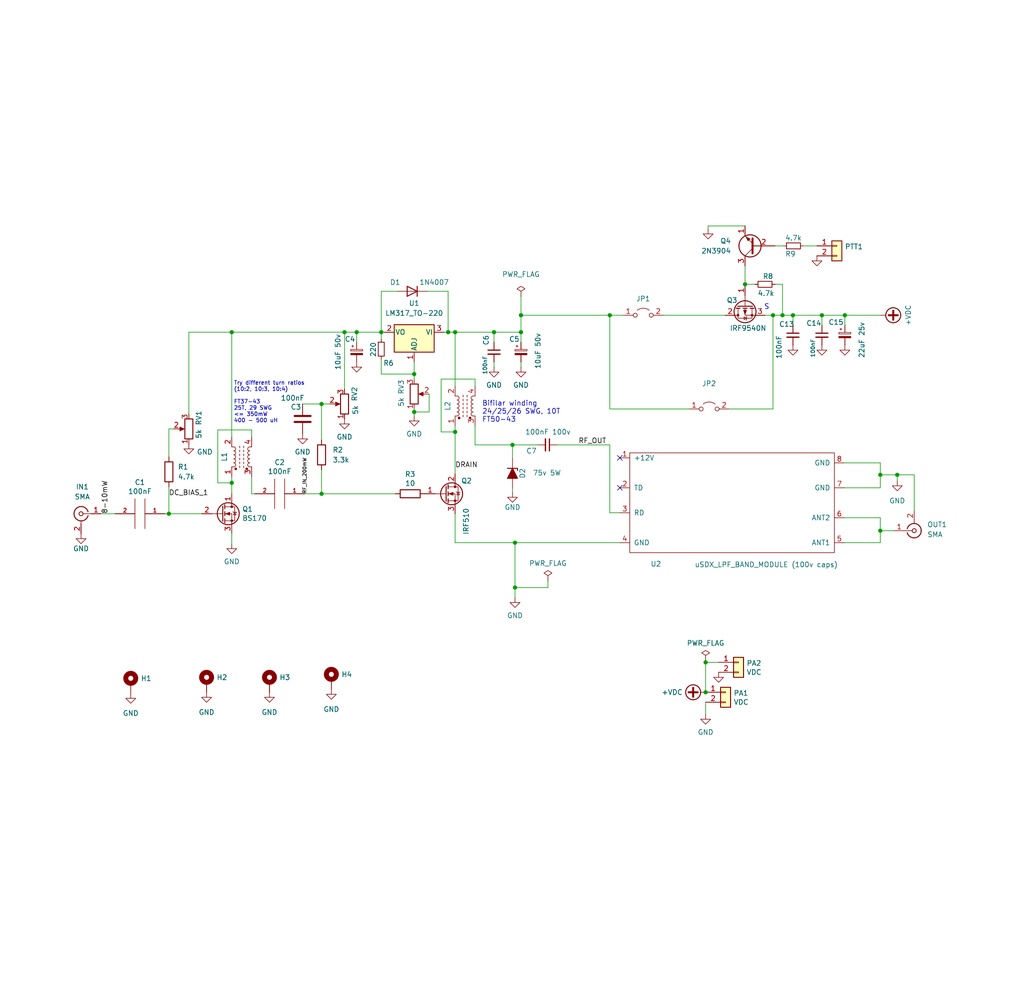
<source format=kicad_sch>
(kicad_sch (version 20211123) (generator eeschema)
  (paper "User" 260.629 250.012)
  (title_block (title "Easy-PA-With-Pluggable-LPF") (date "2022-09-28") (rev "v6.0") (company "Author: Dhiru Kholia (VU3CER)") (comment 1 "Designed for https://github.com/kholia/Easy-Digital-Beacons-v1 project") (comment 2 "Motivation: We need usable power on the 15m band!") (comment 3 "Uses ideas and support from G0UPL (QRP Labs), VU3SXT, VU2ASH, VU2SPF, AC7LX, PY2OHH") (comment 4 "Robust Class-D Single-ended \"5W+\" IRF510 powered HF PA"))
  (lib_symbols
    (symbol "Connector:Conn_Coaxial" (pin_names (offset 1.016) hide)
      (property "Reference" "J" (at 0.254 3.048 0))
      (property "Value" "Conn_Coaxial" (at 2.921 0 90))
      (symbol "Conn_Coaxial_0_1"
        (arc (start -1.778 -0.508) (mid 0.222 -1.808) (end 1.778 0) (stroke (width 0.254)))
        (polyline (pts (xy -2.54 0) (xy -0.508 0)))
        (polyline (pts (xy 0 -2.54) (xy 0 -1.778)))
        (circle (center 0 0) (radius 0.508) (stroke (width 0.2032)))
        (arc (start 1.778 0) (mid 0.222 1.8083) (end -1.778 0.508) (stroke (width 0.254)))
      )
      (symbol "Conn_Coaxial_1_1"
        (pin passive line (at -5.08 0 0) (length 2.54) (name "In") (number "1"))
        (pin passive line (at 0 -5.08 90) (length 2.54) (name "Ext") (number "2"))
      )
    )
    (symbol "Connector_Generic:Conn_01x02" (pin_names (offset 1.016) hide)
      (property "Reference" "J" (at 0 2.54 0))
      (property "Value" "Conn_01x02" (at 0 -5.08 0))
      (symbol "Conn_01x02_1_1"
        (rectangle (start -1.27 -2.413) (end 0 -2.667) (stroke (width 0.1524)))
        (rectangle (start -1.27 0.127) (end 0 -0.127) (stroke (width 0.1524)))
        (rectangle (start -1.27 1.27) (end 1.27 -3.81) (stroke (width 0.254)) (fill (type background)))
        (pin passive line (at -5.08 0 0) (length 3.81) (name "Pin_1") (number "1"))
        (pin passive line (at -5.08 -2.54 0) (length 3.81) (name "Pin_2") (number "2"))
      )
    )
    (symbol "Device:C" (pin_numbers hide) (pin_names (offset 0.254))
      (property "Reference" "C" (at 0.635 2.54 0))
      (property "Value" "C" (at 0.635 -2.54 0))
      (symbol "C_0_1"
        (polyline (pts (xy -2.032 -0.762) (xy 2.032 -0.762)) (stroke (width 0.508)))
        (polyline (pts (xy -2.032 0.762) (xy 2.032 0.762)) (stroke (width 0.508)))
      )
      (symbol "C_1_1"
        (pin passive line (at 0 3.81 270) (length 2.794) (name "~") (number "1"))
        (pin passive line (at 0 -3.81 90) (length 2.794) (name "~") (number "2"))
      )
    )
    (symbol "Device:C_Polarized_Small" (pin_numbers hide) (pin_names (offset 0.254) hide)
      (property "Reference" "C" (at 0.254 1.778 0))
      (property "Value" "C_Polarized_Small" (at 0.254 -2.032 0))
      (symbol "C_Polarized_Small_0_1"
        (rectangle (start -1.524 -0.3048) (end 1.524 -0.6858) (fill (type outline)))
        (rectangle (start -1.524 0.6858) (end 1.524 0.3048))
        (polyline (pts (xy -1.27 1.524) (xy -0.762 1.524)))
        (polyline (pts (xy -1.016 1.27) (xy -1.016 1.778)))
      )
      (symbol "C_Polarized_Small_1_1"
        (pin passive line (at 0 2.54 270) (length 1.8542) (name "~") (number "1"))
        (pin passive line (at 0 -2.54 90) (length 1.8542) (name "~") (number "2"))
      )
    )
    (symbol "Device:C_Small" (pin_numbers hide) (pin_names (offset 0.254) hide)
      (property "Reference" "C" (at 0.254 1.778 0))
      (property "Value" "C_Small" (at 0.254 -2.032 0))
      (symbol "C_Small_0_1"
        (polyline (pts (xy -1.524 -0.508) (xy 1.524 -0.508)) (stroke (width 0.3302)))
        (polyline (pts (xy -1.524 0.508) (xy 1.524 0.508)) (stroke (width 0.3048)))
      )
      (symbol "C_Small_1_1"
        (pin passive line (at 0 2.54 270) (length 2.032) (name "~") (number "1"))
        (pin passive line (at 0 -2.54 90) (length 2.032) (name "~") (number "2"))
      )
    )
    (symbol "Device:D_Zener_Filled" (pin_numbers hide) (pin_names (offset 1.016) hide)
      (property "Reference" "D" (at 0 2.54 0))
      (property "Value" "D_Zener_Filled" (at 0 -2.54 0))
      (symbol "D_Zener_Filled_0_1"
        (polyline (pts (xy 1.27 0) (xy -1.27 0)))
        (polyline (pts (xy -1.27 -1.27) (xy -1.27 1.27) (xy -0.762 1.27)) (stroke (width 0.254)))
        (polyline (pts (xy 1.27 -1.27) (xy 1.27 1.27) (xy -1.27 0) (xy 1.27 -1.27)) (stroke (width 0.254)) (fill (type outline)))
      )
      (symbol "D_Zener_Filled_1_1"
        (pin passive line (at -3.81 0 0) (length 2.54) (name "K") (number "1"))
        (pin passive line (at 3.81 0 180) (length 2.54) (name "A") (number "2"))
      )
    )
    (symbol "Device:L_Ferrite_Coupled" (pin_names (offset 0.254) hide)
      (property "Reference" "L" (at 0 4.445 0))
      (property "Value" "L_Ferrite_Coupled" (at 0 -4.445 0))
      (symbol "L_Ferrite_Coupled_0_1"
        (circle (center -3.048 -1.27) (radius 0.254) (fill (type outline)))
        (circle (center -3.048 1.524) (radius 0.254) (fill (type outline)))
        (arc (start -2.54 2.032) (mid -2.032 1.524) (end -1.524 2.032))
        (arc (start -1.524 -2.032) (mid -2.032 -1.524) (end -2.54 -2.032))
        (arc (start -1.524 2.032) (mid -1.016 1.524) (end -0.508 2.032))
        (arc (start -0.508 -2.032) (mid -1.016 -1.524) (end -1.524 -2.032))
        (arc (start -0.508 2.032) (mid 0 1.524) (end 0.508 2.032))
        (polyline (pts (xy -2.794 -0.508) (xy -2.286 -0.508)))
        (polyline (pts (xy -2.794 0.508) (xy -2.286 0.508)))
        (polyline (pts (xy -2.54 -2.032) (xy -2.54 -2.54)))
        (polyline (pts (xy -2.54 2.032) (xy -2.54 2.54)))
        (polyline (pts (xy -1.778 -0.508) (xy -1.27 -0.508)))
        (polyline (pts (xy -1.778 0.508) (xy -1.27 0.508)))
        (polyline (pts (xy -0.762 -0.508) (xy -0.254 -0.508)))
        (polyline (pts (xy -0.762 0.508) (xy -0.254 0.508)))
        (polyline (pts (xy 0.254 -0.508) (xy 0.762 -0.508)))
        (polyline (pts (xy 0.254 0.508) (xy 0.762 0.508)))
        (polyline (pts (xy 1.27 -0.508) (xy 1.778 -0.508)))
        (polyline (pts (xy 1.27 0.508) (xy 1.778 0.508)))
        (polyline (pts (xy 2.286 -0.508) (xy 2.794 -0.508)))
        (polyline (pts (xy 2.286 0.508) (xy 2.794 0.508)))
        (polyline (pts (xy 2.54 -2.032) (xy 2.54 -2.54)))
        (polyline (pts (xy 2.54 2.54) (xy 2.54 2.032)))
        (arc (start 0.508 -2.032) (mid 0 -1.524) (end -0.508 -2.032))
        (arc (start 0.508 2.032) (mid 1.016 1.524) (end 1.524 2.032))
        (arc (start 1.524 -2.032) (mid 1.016 -1.524) (end 0.508 -2.032))
        (arc (start 1.524 2.032) (mid 2.032 1.524) (end 2.54 2.032))
        (arc (start 2.54 -2.032) (mid 2.032 -1.524) (end 1.524 -2.032))
      )
      (symbol "L_Ferrite_Coupled_1_1"
        (pin passive line (at -5.08 2.54 0) (length 2.54) (name "1") (number "1"))
        (pin passive line (at 5.08 2.54 180) (length 2.54) (name "2") (number "2"))
        (pin passive line (at -5.08 -2.54 0) (length 2.54) (name "3") (number "3"))
        (pin passive line (at 5.08 -2.54 180) (length 2.54) (name "4") (number "4"))
      )
    )
    (symbol "Device:R" (pin_numbers hide) (pin_names (offset 0))
      (property "Reference" "R" (at 2.032 0 90))
      (property "Value" "R" (at 0 0 90))
      (symbol "R_0_1"
        (rectangle (start -1.016 -2.54) (end 1.016 2.54) (stroke (width 0.254)))
      )
      (symbol "R_1_1"
        (pin passive line (at 0 3.81 270) (length 1.27) (name "~") (number "1"))
        (pin passive line (at 0 -3.81 90) (length 1.27) (name "~") (number "2"))
      )
    )
    (symbol "Device:R_Potentiometer" (pin_names (offset 1.016) hide)
      (property "Reference" "RV" (at -4.445 0 90))
      (property "Value" "R_Potentiometer" (at -2.54 0 90))
      (symbol "R_Potentiometer_0_1"
        (polyline (pts (xy 2.54 0) (xy 1.524 0)))
        (polyline (pts (xy 1.143 0) (xy 2.286 0.508) (xy 2.286 -0.508) (xy 1.143 0)) (fill (type outline)))
        (rectangle (start 1.016 2.54) (end -1.016 -2.54) (stroke (width 0.254)))
      )
      (symbol "R_Potentiometer_1_1"
        (pin passive line (at 0 3.81 270) (length 1.27) (name "1") (number "1"))
        (pin passive line (at 3.81 0 180) (length 1.27) (name "2") (number "2"))
        (pin passive line (at 0 -3.81 90) (length 1.27) (name "3") (number "3"))
      )
    )
    (symbol "Device:R_Small" (pin_numbers hide) (pin_names (offset 0.254) hide)
      (property "Reference" "R" (at 0.762 0.508 0))
      (property "Value" "R_Small" (at 0.762 -1.016 0))
      (symbol "R_Small_0_1"
        (rectangle (start -0.762 1.778) (end 0.762 -1.778) (stroke (width 0.2032)))
      )
      (symbol "R_Small_1_1"
        (pin passive line (at 0 2.54 270) (length 0.762) (name "~") (number "1"))
        (pin passive line (at 0 -2.54 90) (length 0.762) (name "~") (number "2"))
      )
    )
    (symbol "Diode:1N4007" (pin_numbers hide) (pin_names (offset 1.016) hide)
      (property "Reference" "D" (at 0 2.54 0))
      (property "Value" "1N4007" (at 0 -2.54 0))
      (symbol "1N4007_0_1"
        (polyline (pts (xy -1.27 1.27) (xy -1.27 -1.27)) (stroke (width 0.254)))
        (polyline (pts (xy 1.27 0) (xy -1.27 0)))
        (polyline (pts (xy 1.27 1.27) (xy 1.27 -1.27) (xy -1.27 0) (xy 1.27 1.27)) (stroke (width 0.254)))
      )
      (symbol "1N4007_1_1"
        (pin passive line (at -3.81 0 0) (length 2.54) (name "K") (number "1"))
        (pin passive line (at 3.81 0 180) (length 2.54) (name "A") (number "2"))
      )
    )
    (symbol "Jumper:Jumper_2_Open" (pin_names (offset 0) hide)
      (property "Reference" "JP" (at 0 2.794 0))
      (property "Value" "Jumper_2_Open" (at 0 -2.286 0))
      (symbol "Jumper_2_Open_0_0"
        (circle (center -2.032 0) (radius 0.508))
        (circle (center 2.032 0) (radius 0.508))
      )
      (symbol "Jumper_2_Open_0_1"
        (arc (start 1.524 1.27) (mid 0 1.778) (end -1.524 1.27))
      )
      (symbol "Jumper_2_Open_1_1"
        (pin passive line (at -5.08 0 0) (length 2.54) (name "A") (number "1"))
        (pin passive line (at 5.08 0 180) (length 2.54) (name "B") (number "2"))
      )
    )
    (symbol "Mechanical:MountingHole_Pad" (pin_numbers hide) (pin_names (offset 1.016) hide)
      (property "Reference" "H" (at 0 6.35 0))
      (property "Value" "MountingHole_Pad" (at 0 4.445 0))
      (symbol "MountingHole_Pad_0_1"
        (circle (center 0 1.27) (radius 1.27) (stroke (width 1.27)))
      )
      (symbol "MountingHole_Pad_1_1"
        (pin input line (at 0 -2.54 90) (length 2.54) (name "1") (number "1"))
      )
    )
    (symbol "Regulator_Linear:LM317_TO-220" (pin_names (offset 0.254))
      (property "Reference" "U" (at -3.81 3.175 0))
      (property "Value" "LM317_TO-220" (at 0 3.175 0))
      (symbol "LM317_TO-220_0_1"
        (rectangle (start -5.08 1.905) (end 5.08 -5.08) (stroke (width 0.254)) (fill (type background)))
      )
      (symbol "LM317_TO-220_1_1"
        (pin input line (at 0 -7.62 90) (length 2.54) (name "ADJ") (number "1"))
        (pin power_out line (at 7.62 0 180) (length 2.54) (name "VO") (number "2"))
        (pin power_in line (at -7.62 0 0) (length 2.54) (name "VI") (number "3"))
      )
    )
    (symbol "Transistor_BJT:2N3904" (pin_names (offset 0) hide)
      (property "Reference" "Q" (at 5.08 1.905 0))
      (property "Value" "2N3904" (at 5.08 0 0))
      (symbol "2N3904_0_1"
        (polyline (pts (xy 0.635 0.635) (xy 2.54 2.54)))
        (polyline (pts (xy 0.635 -0.635) (xy 2.54 -2.54) (xy 2.54 -2.54)))
        (polyline (pts (xy 0.635 1.905) (xy 0.635 -1.905) (xy 0.635 -1.905)) (stroke (width 0.508)))
        (polyline (pts (xy 1.27 -1.778) (xy 1.778 -1.27) (xy 2.286 -2.286) (xy 1.27 -1.778) (xy 1.27 -1.778)) (fill (type outline)))
        (circle (center 1.27 0) (radius 2.8194) (stroke (width 0.254)))
      )
      (symbol "2N3904_1_1"
        (pin passive line (at 2.54 -5.08 90) (length 2.54) (name "E") (number "1"))
        (pin passive line (at -5.08 0 0) (length 5.715) (name "B") (number "2"))
        (pin passive line (at 2.54 5.08 270) (length 2.54) (name "C") (number "3"))
      )
    )
    (symbol "Transistor_FET:BS170" (pin_names hide)
      (property "Reference" "Q" (at 5.08 1.905 0))
      (property "Value" "BS170" (at 5.08 0 0))
      (symbol "BS170_0_1"
        (polyline (pts (xy 0.254 0) (xy -2.54 0)))
        (polyline (pts (xy 0.254 1.905) (xy 0.254 -1.905)) (stroke (width 0.254)))
        (polyline (pts (xy 0.762 -1.27) (xy 0.762 -2.286)) (stroke (width 0.254)))
        (polyline (pts (xy 0.762 0.508) (xy 0.762 -0.508)) (stroke (width 0.254)))
        (polyline (pts (xy 0.762 2.286) (xy 0.762 1.27)) (stroke (width 0.254)))
        (polyline (pts (xy 2.54 2.54) (xy 2.54 1.778)))
        (polyline (pts (xy 2.54 -2.54) (xy 2.54 0) (xy 0.762 0)))
        (polyline (pts (xy 0.762 -1.778) (xy 3.302 -1.778) (xy 3.302 1.778) (xy 0.762 1.778)))
        (polyline (pts (xy 1.016 0) (xy 2.032 0.381) (xy 2.032 -0.381) (xy 1.016 0)) (fill (type outline)))
        (polyline (pts (xy 2.794 0.508) (xy 2.921 0.381) (xy 3.683 0.381) (xy 3.81 0.254)))
        (polyline (pts (xy 3.302 0.381) (xy 2.921 -0.254) (xy 3.683 -0.254) (xy 3.302 0.381)))
        (circle (center 1.651 0) (radius 2.794) (stroke (width 0.254)))
        (circle (center 2.54 -1.778) (radius 0.254) (fill (type outline)))
        (circle (center 2.54 1.778) (radius 0.254) (fill (type outline)))
      )
      (symbol "BS170_1_1"
        (pin passive line (at 2.54 5.08 270) (length 2.54) (name "D") (number "1"))
        (pin input line (at -5.08 0 0) (length 2.54) (name "G") (number "2"))
        (pin passive line (at 2.54 -5.08 90) (length 2.54) (name "S") (number "3"))
      )
    )
    (symbol "Transistor_FET:IRF540N" (pin_names hide)
      (property "Reference" "Q" (at 6.35 1.905 0))
      (property "Value" "IRF540N" (at 6.35 0 0))
      (symbol "IRF540N_0_1"
        (polyline (pts (xy 0.254 0) (xy -2.54 0)))
        (polyline (pts (xy 0.254 1.905) (xy 0.254 -1.905)) (stroke (width 0.254)))
        (polyline (pts (xy 0.762 -1.27) (xy 0.762 -2.286)) (stroke (width 0.254)))
        (polyline (pts (xy 0.762 0.508) (xy 0.762 -0.508)) (stroke (width 0.254)))
        (polyline (pts (xy 0.762 2.286) (xy 0.762 1.27)) (stroke (width 0.254)))
        (polyline (pts (xy 2.54 2.54) (xy 2.54 1.778)))
        (polyline (pts (xy 2.54 -2.54) (xy 2.54 0) (xy 0.762 0)))
        (polyline (pts (xy 0.762 -1.778) (xy 3.302 -1.778) (xy 3.302 1.778) (xy 0.762 1.778)))
        (polyline (pts (xy 1.016 0) (xy 2.032 0.381) (xy 2.032 -0.381) (xy 1.016 0)) (fill (type outline)))
        (polyline (pts (xy 2.794 0.508) (xy 2.921 0.381) (xy 3.683 0.381) (xy 3.81 0.254)))
        (polyline (pts (xy 3.302 0.381) (xy 2.921 -0.254) (xy 3.683 -0.254) (xy 3.302 0.381)))
        (circle (center 1.651 0) (radius 2.794) (stroke (width 0.254)))
        (circle (center 2.54 -1.778) (radius 0.254) (fill (type outline)))
        (circle (center 2.54 1.778) (radius 0.254) (fill (type outline)))
      )
      (symbol "IRF540N_1_1"
        (pin input line (at -5.08 0 0) (length 2.54) (name "G") (number "1"))
        (pin passive line (at 2.54 5.08 270) (length 2.54) (name "D") (number "2"))
        (pin passive line (at 2.54 -5.08 90) (length 2.54) (name "S") (number "3"))
      )
    )
    (symbol "Transistor_FET:IRF9540N" (pin_names hide)
      (property "Reference" "Q" (at 5.08 1.905 0))
      (property "Value" "IRF9540N" (at 5.08 0 0))
      (symbol "IRF9540N_0_1"
        (polyline (pts (xy 0.254 0) (xy -2.54 0)))
        (polyline (pts (xy 0.254 1.905) (xy 0.254 -1.905)) (stroke (width 0.254)))
        (polyline (pts (xy 0.762 -1.27) (xy 0.762 -2.286)) (stroke (width 0.254)))
        (polyline (pts (xy 0.762 0.508) (xy 0.762 -0.508)) (stroke (width 0.254)))
        (polyline (pts (xy 0.762 2.286) (xy 0.762 1.27)) (stroke (width 0.254)))
        (polyline (pts (xy 2.54 2.54) (xy 2.54 1.778)))
        (polyline (pts (xy 2.54 -2.54) (xy 2.54 0) (xy 0.762 0)))
        (polyline (pts (xy 0.762 1.778) (xy 3.302 1.778) (xy 3.302 -1.778) (xy 0.762 -1.778)))
        (polyline (pts (xy 2.286 0) (xy 1.27 0.381) (xy 1.27 -0.381) (xy 2.286 0)) (fill (type outline)))
        (polyline (pts (xy 2.794 -0.508) (xy 2.921 -0.381) (xy 3.683 -0.381) (xy 3.81 -0.254)))
        (polyline (pts (xy 3.302 -0.381) (xy 2.921 0.254) (xy 3.683 0.254) (xy 3.302 -0.381)))
        (circle (center 1.651 0) (radius 2.794) (stroke (width 0.254)))
        (circle (center 2.54 -1.778) (radius 0.254) (fill (type outline)))
        (circle (center 2.54 1.778) (radius 0.254) (fill (type outline)))
      )
      (symbol "IRF9540N_1_1"
        (pin input line (at -5.08 0 0) (length 2.54) (name "G") (number "1"))
        (pin passive line (at 2.54 5.08 270) (length 2.54) (name "D") (number "2"))
        (pin passive line (at 2.54 -5.08 90) (length 2.54) (name "S") (number "3"))
      )
    )
    (symbol "power:+VDC" (power) (pin_names (offset 0))
      (property "Value" "+VDC" (at 0 6.35 0))
      (symbol "+VDC_0_1"
        (polyline (pts (xy -1.143 3.175) (xy 1.143 3.175)) (stroke (width 0.508)))
        (polyline (pts (xy 0 0) (xy 0 1.27)))
        (polyline (pts (xy 0 2.032) (xy 0 4.318)) (stroke (width 0.508)))
        (circle (center 0 3.175) (radius 1.905) (stroke (width 0.254)))
      )
      (symbol "+VDC_1_1"
        (pin power_in line (at 0 0 90) (length 0) hide (name "+VDC") (number "1"))
      )
    )
    (symbol "power:GND" (power) (pin_names (offset 0))
      (property "Value" "GND" (at 0 -3.81 0))
      (symbol "GND_0_1"
        (polyline (pts (xy 0 0) (xy 0 -1.27) (xy 1.27 -1.27) (xy 0 -2.54) (xy -1.27 -1.27) (xy 0 -1.27)))
      )
      (symbol "GND_1_1"
        (pin power_in line (at 0 0 270) (length 0) hide (name "GND") (number "1"))
      )
    )
    (symbol "power:PWR_FLAG" (power) (pin_numbers hide) (pin_names (offset 0) hide)
      (property "Value" "PWR_FLAG" (at 0 3.81 0))
      (symbol "PWR_FLAG_0_0"
        (pin power_out line (at 0 0 90) (length 0) (name "pwr") (number "1"))
      )
      (symbol "PWR_FLAG_0_1"
        (polyline (pts (xy 0 0) (xy 0 1.27) (xy -1.016 1.905) (xy 0 2.54) (xy 1.016 1.905) (xy 0 1.27)))
      )
    )
    (symbol "pspice:CAP" (pin_names (offset 0.254))
      (property "Reference" "C" (at 2.54 3.81 90))
      (property "Value" "CAP" (at 2.54 -3.81 90))
      (symbol "CAP_0_1"
        (polyline (pts (xy -3.81 -1.27) (xy 3.81 -1.27)))
        (polyline (pts (xy -3.81 1.27) (xy 3.81 1.27)))
      )
      (symbol "CAP_1_1"
        (pin passive line (at 0 6.35 270) (length 5.08) (name "~") (number "1"))
        (pin passive line (at 0 -6.35 90) (length 5.08) (name "~") (number "2"))
      )
    )
    (symbol "uSDX LPF BAND Module:uSDX_LPF_BAND_MODULE" (pin_names (offset 1.016))
      (property "Reference" "U" (at 0 5.08 0))
      (property "Value" "uSDX_LPF_BAND_MODULE" (at -1.27 1.27 0))
      (symbol "uSDX_LPF_BAND_MODULE_0_1"
        (polyline (pts (xy -25.4 12.7) (xy 25.4 12.7) (xy 25.4 -12.7) (xy -26.67 -12.7) (xy -26.67 12.7) (xy -25.4 12.7)))
      )
      (symbol "uSDX_LPF_BAND_MODULE_1_1"
        (pin input line (at 27.94 11.43 180) (length 2.54) (name "+12V") (number "1"))
        (pin input line (at 27.94 3.81 180) (length 2.54) (name "TD") (number "2"))
        (pin input line (at 27.94 -2.54 180) (length 2.54) (name "RD") (number "3"))
        (pin input line (at 27.94 -10.16 180) (length 2.54) (name "GND") (number "4"))
        (pin input line (at -29.21 -10.16 0) (length 2.54) (name "ANT1") (number "5"))
        (pin input line (at -29.21 -3.81 0) (length 2.54) (name "ANT2") (number "6"))
        (pin input line (at -29.21 3.81 0) (length 2.54) (name "GND") (number "7"))
        (pin input line (at -29.21 10.16 0) (length 2.54) (name "GND") (number "8"))
      )
    )
  )
  (junction (at 155.194 80.264))
  (junction (at 90.7796 84.582))
  (junction (at 196.723 80.264))
  (junction (at 81.8388 125.73))
  (junction (at 131.064 149.606))
  (junction (at 114.046 84.582))
  (junction (at 209.169 80.264))
  (junction (at 131.064 138.176))
  (junction (at 199.136 80.264))
  (junction (at 97.028 84.582))
  (junction (at 179.578 176.276))
  (junction (at 228.346 120.904))
  (junction (at 130.429 113.284))
  (junction (at 42.9768 130.81))
  (junction (at 115.824 84.582))
  (junction (at 115.824 109.982))
  (junction (at 58.9788 84.582))
  (junction (at 224.028 120.904))
  (junction (at 132.588 80.264))
  (junction (at 201.803 80.264))
  (junction (at 105.41 95.25))
  (junction (at 132.588 84.582))
  (junction (at 215.011 80.264))
  (junction (at 105.41 104.902))
  (junction (at 58.9788 122.936))
  (junction (at 87.6808 84.582))
  (junction (at 189.611 72.39))
  (junction (at 224.028 135.128))
  (junction (at 179.578 168.656))
  (junction (at 81.8388 102.87))
  (junction (at 125.73 84.582))
  (no_connect (at 157.734 124.206))
  (no_connect (at 157.734 116.586))
  (wire (pts (xy 132.588 75.438) (xy 132.588 80.264)))
  (wire (pts (xy 97.028 84.582) (xy 97.028 86.36)))
  (wire (pts (xy 209.169 80.264) (xy 215.011 80.264)))
  (wire (pts (xy 64.0588 121.412) (xy 64.0588 125.73)))
  (wire (pts (xy 58.9788 84.582) (xy 48.0568 84.582)))
  (wire (pts (xy 58.9788 122.936) (xy 55.4228 122.936)))
  (wire (pts (xy 139.446 147.828) (xy 139.446 149.606)))
  (wire (pts (xy 115.824 109.982) (xy 115.824 108.458)))
  (wire (pts (xy 115.824 138.176) (xy 131.064 138.176)))
  (wire (pts (xy 115.824 109.982) (xy 115.824 120.65)))
  (wire (pts (xy 109.22 104.902) (xy 109.22 100.33)))
  (wire (pts (xy 81.8388 102.87) (xy 81.8388 112.014)))
  (wire (pts (xy 81.8388 125.73) (xy 100.584 125.73)))
  (wire (pts (xy 115.824 138.176) (xy 115.824 130.81)))
  (wire (pts (xy 87.6808 84.582) (xy 87.6808 99.06)))
  (wire (pts (xy 224.028 138.176) (xy 224.028 135.128)))
  (wire (pts (xy 125.73 87.122) (xy 125.73 84.582)))
  (wire (pts (xy 189.611 72.39) (xy 192.151 72.39)))
  (wire (pts (xy 196.723 80.264) (xy 196.723 104.14)))
  (wire (pts (xy 215.011 80.264) (xy 215.011 82.804)))
  (wire (pts (xy 115.824 109.982) (xy 112.268 109.982)))
  (wire (pts (xy 179.578 168.656) (xy 179.578 176.276)))
  (wire (pts (xy 81.8388 119.634) (xy 81.8388 125.73)))
  (wire (pts (xy 114.046 74.168) (xy 114.046 84.582)))
  (wire (pts (xy 199.136 80.264) (xy 201.803 80.264)))
  (wire (pts (xy 201.803 82.804) (xy 201.803 80.264)))
  (wire (pts (xy 131.064 138.176) (xy 157.734 138.176)))
  (wire (pts (xy 132.588 84.582) (xy 125.73 84.582)))
  (wire (pts (xy 179.578 168.656) (xy 182.88 168.656)))
  (wire (pts (xy 180.213 58.293) (xy 180.213 57.531)))
  (wire (pts (xy 44.2468 109.22) (xy 42.9768 109.22)))
  (wire (pts (xy 228.346 120.904) (xy 232.664 120.904)))
  (wire (pts (xy 58.9788 84.582) (xy 58.9788 111.252)))
  (wire (pts (xy 58.9788 125.73) (xy 58.9788 122.936)))
  (wire (pts (xy 64.0588 109.474) (xy 64.0588 111.252)))
  (wire (pts (xy 55.4228 122.936) (xy 55.4228 109.474)))
  (wire (pts (xy 77.5208 125.73) (xy 81.8388 125.73)))
  (wire (pts (xy 120.904 108.458) (xy 120.904 113.284)))
  (wire (pts (xy 108.712 74.168) (xy 114.046 74.168)))
  (wire (pts (xy 130.429 113.284) (xy 136.779 113.284)))
  (wire (pts (xy 197.231 62.611) (xy 199.39 62.611)))
  (wire (pts (xy 105.41 104.902) (xy 109.22 104.902)))
  (wire (pts (xy 112.268 96.52) (xy 120.904 96.52)))
  (wire (pts (xy 214.884 124.206) (xy 224.028 124.206)))
  (wire (pts (xy 120.904 96.52) (xy 120.904 98.298)))
  (wire (pts (xy 189.611 72.644) (xy 189.611 72.39)))
  (wire (pts (xy 227.584 135.128) (xy 224.028 135.128)))
  (wire (pts (xy 224.028 135.128) (xy 224.028 131.826)))
  (wire (pts (xy 155.194 80.264) (xy 132.588 80.264)))
  (wire (pts (xy 224.028 117.856) (xy 224.028 120.904)))
  (wire (pts (xy 179.578 168.148) (xy 179.578 168.656)))
  (wire (pts (xy 58.9788 84.582) (xy 87.6808 84.582)))
  (wire (pts (xy 131.064 138.176) (xy 131.064 149.606)))
  (wire (pts (xy 97.028 84.582) (xy 97.79 84.582)))
  (wire (pts (xy 83.8708 102.87) (xy 81.8388 102.87)))
  (wire (pts (xy 204.47 62.611) (xy 207.899 62.611)))
  (wire (pts (xy 228.346 122.428) (xy 228.346 120.904)))
  (wire (pts (xy 155.194 104.14) (xy 175.387 104.14)))
  (wire (pts (xy 130.429 113.284) (xy 130.429 116.713)))
  (wire (pts (xy 214.884 117.856) (xy 224.028 117.856)))
  (wire (pts (xy 185.547 104.14) (xy 196.723 104.14)))
  (wire (pts (xy 112.268 109.982) (xy 112.268 96.52)))
  (wire (pts (xy 155.194 80.264) (xy 155.194 104.14)))
  (wire (pts (xy 132.588 84.582) (xy 132.588 87.122)))
  (wire (pts (xy 201.803 80.264) (xy 209.169 80.264)))
  (wire (pts (xy 179.578 181.864) (xy 179.578 178.816)))
  (wire (pts (xy 189.611 67.691) (xy 189.611 72.39)))
  (wire (pts (xy 131.064 149.606) (xy 131.064 152.146)))
  (wire (pts (xy 141.859 113.284) (xy 155.194 113.284)))
  (wire (pts (xy 132.588 92.202) (xy 132.588 93.472)))
  (wire (pts (xy 64.0588 125.73) (xy 64.8208 125.73)))
  (wire (pts (xy 58.9788 121.412) (xy 58.9788 122.936)))
  (wire (pts (xy 115.824 84.582) (xy 115.824 98.298)))
  (wire (pts (xy 97.028 74.168) (xy 97.028 84.582)))
  (wire (pts (xy 90.7796 84.582) (xy 87.6808 84.582)))
  (wire (pts (xy 105.41 92.202) (xy 105.41 95.25)))
  (wire (pts (xy 42.9768 123.952) (xy 42.9768 130.81)))
  (wire (pts (xy 132.588 80.264) (xy 132.588 84.582)))
  (wire (pts (xy 168.783 80.264) (xy 184.531 80.264)))
  (wire (pts (xy 196.723 80.264) (xy 199.136 80.264)))
  (wire (pts (xy 42.9768 109.22) (xy 42.9768 116.332)))
  (wire (pts (xy 97.028 74.168) (xy 101.092 74.168)))
  (wire (pts (xy 224.155 80.264) (xy 215.011 80.264)))
  (wire (pts (xy 232.664 120.904) (xy 232.664 130.048)))
  (wire (pts (xy 214.884 138.176) (xy 224.028 138.176)))
  (wire (pts (xy 199.136 72.39) (xy 199.136 80.264)))
  (wire (pts (xy 105.41 95.25) (xy 105.41 96.52)))
  (wire (pts (xy 155.194 113.284) (xy 155.194 130.556)))
  (wire (pts (xy 194.691 80.264) (xy 196.723 80.264)))
  (wire (pts (xy 105.41 105.918) (xy 105.41 104.902)))
  (wire (pts (xy 130.429 125.349) (xy 130.429 124.333)))
  (wire (pts (xy 97.028 91.44) (xy 97.028 95.25)))
  (wire (pts (xy 113.03 84.582) (xy 114.046 84.582)))
  (wire (pts (xy 155.194 80.264) (xy 158.623 80.264)))
  (wire (pts (xy 125.73 92.202) (xy 125.73 93.472)))
  (wire (pts (xy 120.904 113.284) (xy 130.429 113.284)))
  (wire (pts (xy 41.9608 130.81) (xy 42.9768 130.81)))
  (wire (pts (xy 48.0568 84.582) (xy 48.0568 105.41)))
  (wire (pts (xy 58.9788 135.89) (xy 58.9788 138.43)))
  (wire (pts (xy 224.028 120.904) (xy 228.346 120.904)))
  (wire (pts (xy 115.824 84.582) (xy 125.73 84.582)))
  (wire (pts (xy 55.4228 109.474) (xy 64.0588 109.474)))
  (wire (pts (xy 214.884 131.826) (xy 224.028 131.826)))
  (wire (pts (xy 25.7048 130.81) (xy 29.2608 130.81)))
  (wire (pts (xy 90.7796 84.582) (xy 90.7796 87.122)))
  (wire (pts (xy 180.213 57.531) (xy 189.611 57.531)))
  (wire (pts (xy 224.028 120.904) (xy 224.028 124.206)))
  (wire (pts (xy 90.7796 84.582) (xy 97.028 84.582)))
  (wire (pts (xy 105.41 104.902) (xy 105.41 104.14)))
  (wire (pts (xy 197.231 72.39) (xy 199.136 72.39)))
  (wire (pts (xy 114.046 84.582) (xy 115.824 84.582)))
  (wire (pts (xy 209.169 80.264) (xy 209.169 82.804)))
  (wire (pts (xy 81.8388 102.87) (xy 77.0128 102.87)))
  (wire (pts (xy 139.446 149.606) (xy 131.064 149.606)))
  (wire (pts (xy 42.9768 130.81) (xy 51.3588 130.81)))
  (wire (pts (xy 155.194 130.556) (xy 157.734 130.556)))
  (wire (pts (xy 97.028 95.25) (xy 105.41 95.25)))
  (text "Bifilar winding\n24/25/26 SWG, 10T\nFT50-43" (at 122.682 107.696 0) (effects (font (size 1.27 1.27)) (justify left bottom)))
  (text "Try different turn ratios \n(10:2, 10:3, 10:4)\n\nFT37-43\n25T, 29 SWG\n<= 350mW\n400 - 500 uH" (at 59.4868 107.823 0) (effects (font (size 0.9906 0.9906)) (justify left bottom)))
  (text "S" (at 194.437 78.994 0) (effects (font (size 1.27 1.27)) (justify left bottom)))
  (label "8-10mW" (at 27.7368 130.81 90))
  (label "DC_BIAS_1" (at 42.9768 126.492 0))
  (label "DRAIN" (at 115.824 119.38 0))
  (label "RF_IN_200mW" (at 78.2828 125.73 90) (effects (font (size 0.889 0.889))))
  (label "RF_OUT" (at 147.193 113.284 0))
  (symbol (lib_id "Device:C_Polarized_Small") (at 132.588 89.662 0) (unit 1)
    (property "Reference" "C5" (at 129.54 86.36 0) (effects (justify left)))
    (property "Value" "10uF 50v" (at 136.906 93.98 90) (effects (justify left)))
    (property "Footprint" "Capacitor_THT:CP_Radial_D5.0mm_P2.50mm" (effects hide))
  )
  (symbol (lib_id "Device:C_Small") (at 139.319 113.284 270) (unit 1)
    (property "Reference" "C7" (at 135.255 114.808 90))
    (property "Value" "100nF 100v" (at 139.446 109.982 90))
    (property "Footprint" "Capacitor_SMD:C_1206_3216Metric_Pad1.33x1.80mm_HandSolder" (effects hide))
  )
  (symbol (lib_id "pspice:CAP") (at 71.1708 125.73 270) (unit 1)
    (property "Reference" "C2" (at 71.1708 117.729 90))
    (property "Value" "100nF" (at 71.1708 120.0404 90))
    (property "Footprint" "Capacitor_SMD:C_1206_3216Metric_Pad1.33x1.80mm_HandSolder" (effects hide))
  )
  (symbol (lib_id "uSDX LPF BAND Module:uSDX_LPF_BAND_MODULE") (at 185.674 128.016 0) (mirror y) (unit 1)
    (property "Reference" "U2" (at 166.9288 143.5862 0))
    (property "Value" "uSDX_LPF_BAND_MODULE (100v caps)" (at 195.0212 143.764 0))
    (property "Footprint" "footprints:uSDX_LPF_Band_Module" (effects hide))
  )
  (symbol (lib_id "Device:R_Potentiometer") (at 87.6808 102.87 180) (unit 1)
    (property "Reference" "RV2" (at 90.2208 100.33 90))
    (property "Value" "5k" (at 90.4748 104.394 90))
    (property "Footprint" "Potentiometer_THT:Potentiometer_Runtron_RM-065_Vertical" (effects hide))
  )
  (symbol (lib_id "Connector_Generic:Conn_01x02") (at 184.658 176.276 0) (unit 1)
    (property "Reference" "PA1" (at 186.69 176.4792 0) (effects (justify left)))
    (property "Value" "VDC" (at 186.69 178.7906 0) (effects (justify left)))
    (property "Footprint" "Connector_PinHeader_2.54mm:PinHeader_1x02_P2.54mm_Vertical" (effects hide))
  )
  (symbol (lib_id "power:+VDC") (at 179.578 176.276 90) (unit 1)
    (property "Reference" "#PWR0110" (effects hide))
    (property "Value" "+VDC" (at 173.7614 176.276 90) (effects (justify left)))
  )
  (symbol (lib_id "Device:R") (at 104.394 125.73 270) (unit 1)
    (property "Reference" "R3" (at 104.394 120.7516 90))
    (property "Value" "10" (at 104.394 123.063 90))
    (property "Footprint" "Resistor_SMD:R_1206_3216Metric_Pad1.30x1.75mm_HandSolder" (effects hide))
  )
  (symbol (lib_id "power:PWR_FLAG") (at 179.578 168.148 0) (unit 1)
    (property "Reference" "#FLG0103" (effects hide))
    (property "Value" "PWR_FLAG" (at 179.578 163.7538 0))
  )
  (symbol (lib_id "power:GND") (at 20.6248 135.89 0) (unit 1)
    (property "Reference" "#PWR0106" (effects hide))
    (property "Value" "GND" (at 20.6248 139.7 0))
  )
  (symbol (lib_id "Transistor_FET:BS170") (at 56.4388 130.81 0) (unit 1)
    (property "Reference" "Q1" (at 61.6204 129.6416 0) (effects (justify left)))
    (property "Value" "BS170" (at 61.6204 131.953 0) (effects (justify left)))
    (property "Footprint" "Connector_PinSocket_2.54mm:PinSocket_1x03_P2.54mm_Vertical" (effects hide))
    (property "Datasheet" "https://www.onsemi.com/pub/Collateral/BS170-D.PDF" (effects hide))
  )
  (symbol (lib_id "pspice:CAP") (at 35.6108 130.81 270) (unit 1)
    (property "Reference" "C1" (at 35.6108 122.809 90))
    (property "Value" "100nF" (at 35.6108 125.1204 90))
    (property "Footprint" "Capacitor_SMD:C_1206_3216Metric_Pad1.33x1.80mm_HandSolder" (effects hide))
  )
  (symbol (lib_id "Device:L_Ferrite_Coupled") (at 118.364 103.378 90) (unit 1)
    (property "Reference" "L2" (at 113.919 103.378 0))
    (property "Value" "L_Ferrite_Coupled" (effects hide))
    (property "Footprint" "footprints:FT50-43 Transformer" (effects hide))
  )
  (symbol (lib_id "Device:R_Potentiometer") (at 48.0568 109.22 180) (unit 1)
    (property "Reference" "RV1" (at 50.5968 106.426 90))
    (property "Value" "5k" (at 50.5968 110.49 90))
    (property "Footprint" "Potentiometer_THT:Potentiometer_Runtron_RM-065_Vertical" (effects hide))
  )
  (symbol (lib_id "Diode:1N4007") (at 104.902 74.168 180) (unit 1)
    (property "Reference" "D1" (at 100.584 71.882 0))
    (property "Value" "1N4007" (at 110.49 71.882 0))
    (property "Footprint" "Diode_THT:D_DO-41_SOD81_P2.54mm_Vertical_KathodeUp" (effects hide))
    (property "Datasheet" "http://www.vishay.com/docs/88503/1n4001.pdf" (effects hide))
  )
  (symbol (lib_id "Device:C_Small") (at 125.73 89.662 0) (unit 1)
    (property "Reference" "C6" (at 123.698 86.614 90))
    (property "Value" "100nF" (at 123.444 92.964 90) (effects (font (size 0.9906 0.9906))))
    (property "Footprint" "Capacitor_SMD:C_1206_3216Metric_Pad1.33x1.80mm_HandSolder" (effects hide))
  )
  (symbol (lib_id "power:PWR_FLAG") (at 139.446 147.828 0) (unit 1)
    (property "Reference" "#FLG0104" (effects hide))
    (property "Value" "PWR_FLAG" (at 139.446 143.4338 0))
  )
  (symbol (lib_id "Device:D_Zener_Filled") (at 130.429 120.523 270) (unit 1)
    (property "Reference" "D2" (at 132.969 120.523 0))
    (property "Value" "75v 5W" (at 139.192 120.396 90))
    (property "Footprint" "Diode_THT:D_DO-201_P5.08mm_Vertical_AnodeUp" (effects hide))
  )
  (symbol (lib_id "power:GND") (at 130.429 125.349 0) (unit 1)
    (property "Reference" "#PWR0102" (effects hide))
    (property "Value" "GND" (at 130.429 129.159 0))
  )
  (symbol (lib_id "power:PWR_FLAG") (at 132.588 75.438 0) (unit 1)
    (property "Reference" "#FLG01" (effects hide))
    (property "Value" "PWR_FLAG" (at 132.588 69.85 0))
  )
  (symbol (lib_id "power:+VDC") (at 224.155 80.264 270) (unit 1)
    (property "Reference" "#PWR014" (effects hide))
    (property "Value" "+VDC" (at 231.14 80.264 0))
  )
  (symbol (lib_id "power:GND") (at 201.803 87.884 0) (unit 1)
    (property "Reference" "#PWR010" (effects hide))
    (property "Value" "GND" (effects hide))
  )
  (symbol (lib_id "Device:C_Small") (at 201.803 85.344 0) (unit 1)
    (property "Reference" "C13" (at 198.247 82.55 0) (effects (justify left)))
    (property "Value" "100nF" (at 198.247 91.44 90) (effects (justify left)))
    (property "Footprint" "Capacitor_SMD:C_1206_3216Metric_Pad1.33x1.80mm_HandSolder" (effects hide))
  )
  (symbol (lib_id "Device:C_Polarized_Small") (at 215.011 85.344 0) (unit 1)
    (property "Reference" "C15" (at 210.82 82.042 0) (effects (justify left)))
    (property "Value" "22uF 25v" (at 219.329 91.186 90) (effects (justify left)))
    (property "Footprint" "Capacitor_THT:CP_Radial_D5.0mm_P2.50mm" (effects hide))
  )
  (symbol (lib_id "Device:C_Small") (at 209.169 85.344 0) (unit 1)
    (property "Reference" "C14" (at 207.137 82.296 0))
    (property "Value" "100nF" (at 206.883 88.646 90) (effects (font (size 0.9906 0.9906))))
    (property "Footprint" "Capacitor_SMD:C_1206_3216Metric_Pad1.33x1.80mm_HandSolder" (effects hide))
  )
  (symbol (lib_id "power:GND") (at 105.41 105.918 0) (unit 1)
    (property "Reference" "#PWR0117" (effects hide))
    (property "Value" "GND" (at 105.41 110.49 0))
  )
  (symbol (lib_id "Device:C_Polarized_Small") (at 90.7796 89.662 0) (unit 1)
    (property "Reference" "C4" (at 87.7316 86.36 0) (effects (justify left)))
    (property "Value" "10uF 50v" (at 86.0044 94.234 90) (effects (justify left)))
    (property "Footprint" "Capacitor_THT:CP_Radial_D5.0mm_P2.50mm" (effects hide))
  )
  (symbol (lib_id "power:GND") (at 58.9788 138.43 0) (unit 1)
    (property "Reference" "#PWR0114" (effects hide))
    (property "Value" "GND" (at 58.9788 143.002 0))
  )
  (symbol (lib_id "Connector:Conn_Coaxial") (at 232.664 135.128 0) (mirror x) (unit 1)
    (property "Reference" "OUT1" (at 235.966 133.5647 0) (effects (justify left)))
    (property "Value" "SMA" (at 235.966 136.1047 0) (effects (justify left)))
    (property "Footprint" "Connector_Coaxial:SMA_Amphenol_901-144_Vertical" (effects hide))
    (property "Datasheet" " ~" (effects hide))
  )
  (symbol (lib_id "power:GND") (at 132.588 93.472 0) (unit 1)
    (property "Reference" "#PWR0103" (effects hide))
    (property "Value" "GND" (at 132.588 98.044 0))
  )
  (symbol (lib_id "Connector_Generic:Conn_01x02") (at 212.979 62.611 0) (unit 1)
    (property "Reference" "PTT1" (at 215.011 62.8142 0) (effects (justify left)))
    (property "Value" "PTT" (effects hide))
    (property "Footprint" "Connector_PinHeader_2.54mm:PinHeader_1x02_P2.54mm_Vertical" (effects hide))
  )
  (symbol (lib_id "Mechanical:MountingHole_Pad") (at 33.274 173.99 0) (unit 1)
    (property "Reference" "H1" (at 35.814 172.7454 0) (effects (justify left)))
    (property "Value" "MountingHole_Pad" (effects hide))
    (property "Footprint" "MountingHole:MountingHole_3.2mm_M3_ISO7380_Pad" (effects hide))
  )
  (symbol (lib_id "Connector_Generic:Conn_01x02") (at 187.96 168.656 0) (unit 1)
    (property "Reference" "PA2" (at 189.992 168.8592 0) (effects (justify left)))
    (property "Value" "VDC" (at 189.992 171.1706 0) (effects (justify left)))
    (property "Footprint" "Connector_PinHeader_2.54mm:PinHeader_1x02_P2.54mm_Vertical" (effects hide))
  )
  (symbol (lib_id "Jumper:Jumper_2_Open") (at 163.703 80.264 0) (unit 1)
    (property "Reference" "JP1" (at 163.703 76.073 0))
    (property "Value" "Jumper_2_Open" (effects hide))
    (property "Footprint" "Connector_PinHeader_2.54mm:PinHeader_1x02_P2.54mm_Vertical" (effects hide))
  )
  (symbol (lib_id "Device:R_Small") (at 201.93 62.611 90) (unit 1)
    (property "Reference" "R9" (at 201.168 64.643 90))
    (property "Value" "4.7k" (at 201.93 60.579 90))
    (property "Footprint" "Resistor_SMD:R_1206_3216Metric_Pad1.30x1.75mm_HandSolder" (effects hide))
  )
  (symbol (lib_id "Mechanical:MountingHole_Pad") (at 52.578 173.736 0) (unit 1)
    (property "Reference" "H2" (at 55.118 172.4914 0) (effects (justify left)))
    (property "Value" "MountingHole_Pad" (effects hide))
    (property "Footprint" "MountingHole:MountingHole_3.2mm_M3_ISO7380_Pad" (effects hide))
  )
  (symbol (lib_id "power:GND") (at 228.346 122.428 0) (unit 1)
    (property "Reference" "#PWR0104" (effects hide))
    (property "Value" "GND" (at 228.346 127.508 0))
  )
  (symbol (lib_id "Connector:Conn_Coaxial") (at 20.6248 130.81 0) (mirror y) (unit 1)
    (property "Reference" "IN1" (at 20.9422 123.952 0))
    (property "Value" "SMA" (at 20.9422 126.492 0))
    (property "Footprint" "Connector_Coaxial:SMA_Amphenol_901-144_Vertical" (effects hide))
    (property "Datasheet" " ~" (effects hide))
  )
  (symbol (lib_id "power:GND") (at 215.011 87.884 0) (unit 1)
    (property "Reference" "#PWR013" (effects hide))
    (property "Value" "GND" (effects hide))
  )
  (symbol (lib_id "Transistor_BJT:2N3904") (at 192.151 62.611 180) (unit 1)
    (property "Reference" "Q4" (at 186.055 61.3409 0) (effects (justify left)))
    (property "Value" "2N3904" (at 186.055 63.8809 0) (effects (justify left)))
    (property "Footprint" "Connector_PinSocket_2.54mm:PinSocket_1x03_P2.54mm_Vertical" (effects hide))
    (property "Datasheet" "https://www.onsemi.com/pub/Collateral/2N3903-D.PDF" (effects hide))
  )
  (symbol (lib_id "power:GND") (at 33.274 176.53 0) (unit 1)
    (property "Reference" "#PWR01" (effects hide))
    (property "Value" "GND" (at 33.274 181.61 0))
  )
  (symbol (lib_id "Device:R_Small") (at 97.028 88.9 0) (unit 1)
    (property "Reference" "R6" (at 97.536 92.456 0) (effects (justify left)))
    (property "Value" "220" (at 94.996 90.932 90) (effects (justify left)))
    (property "Footprint" "Resistor_SMD:R_1206_3216Metric_Pad1.30x1.75mm_HandSolder" (effects hide))
  )
  (symbol (lib_id "Device:L_Ferrite_Coupled") (at 61.5188 116.332 90) (unit 1)
    (property "Reference" "L1" (at 57.0738 116.332 0))
    (property "Value" "L_Ferrite_Coupled" (effects hide))
    (property "Footprint" "footprints:FT50-43 Transformer" (effects hide))
  )
  (symbol (lib_id "Device:R") (at 42.9768 120.142 0) (unit 1)
    (property "Reference" "R1" (at 45.2628 118.8719 0) (effects (justify left)))
    (property "Value" "4.7k" (at 45.2628 121.4119 0) (effects (justify left)))
    (property "Footprint" "Resistor_SMD:R_1206_3216Metric_Pad1.30x1.75mm_HandSolder" (effects hide))
  )
  (symbol (lib_id "power:GND") (at 48.0568 113.03 0) (unit 1)
    (property "Reference" "#PWR0101" (effects hide))
    (property "Value" "GND" (at 52.1208 115.062 0))
  )
  (symbol (lib_id "Device:C") (at 77.0128 106.68 0) (unit 1)
    (property "Reference" "C3" (at 73.9648 103.632 0) (effects (justify left)))
    (property "Value" "100nF" (at 71.4248 101.346 0) (effects (justify left)))
    (property "Footprint" "Capacitor_SMD:C_1206_3216Metric_Pad1.33x1.80mm_HandSolder" (effects hide))
  )
  (symbol (lib_id "power:GND") (at 84.328 175.514 0) (unit 1)
    (property "Reference" "#PWR04" (effects hide))
    (property "Value" "GND" (at 84.328 180.594 0))
  )
  (symbol (lib_id "Device:R_Potentiometer") (at 105.41 100.33 0) (mirror x) (unit 1)
    (property "Reference" "RV3" (at 102.108 98.552 90))
    (property "Value" "5k" (at 102.108 102.362 90))
    (property "Footprint" "Potentiometer_THT:Potentiometer_Runtron_RM-065_Vertical" (effects hide))
  )
  (symbol (lib_id "Transistor_FET:IRF9540N") (at 189.611 77.724 90) (mirror x) (unit 1)
    (property "Reference" "Q3" (at 186.309 76.454 90))
    (property "Value" "IRF9540N" (at 190.373 83.566 90))
    (property "Footprint" "Package_TO_SOT_THT:TO-220-3_Vertical" (effects hide))
    (property "Datasheet" "http://www.irf.com/product-info/datasheets/data/irf9540n.pdf" (effects hide))
  )
  (symbol (lib_id "Device:R_Small") (at 194.691 72.39 90) (unit 1)
    (property "Reference" "R8" (at 195.453 70.358 90))
    (property "Value" "4.7k" (at 194.945 74.676 90))
    (property "Footprint" "Resistor_SMD:R_1206_3216Metric_Pad1.30x1.75mm_HandSolder" (effects hide))
  )
  (symbol (lib_id "power:GND") (at 182.88 171.196 0) (unit 1)
    (property "Reference" "#PWR0107" (effects hide))
    (property "Value" "GND" (effects hide))
  )
  (symbol (lib_id "power:GND") (at 68.58 176.276 0) (unit 1)
    (property "Reference" "#PWR03" (effects hide))
    (property "Value" "GND" (at 68.58 181.356 0))
  )
  (symbol (lib_id "Jumper:Jumper_2_Open") (at 180.467 104.14 0) (unit 1)
    (property "Reference" "JP2" (at 180.467 97.663 0))
    (property "Value" "Jumper_2_Open" (effects hide))
    (property "Footprint" "Connector_PinHeader_2.54mm:PinHeader_1x02_P2.54mm_Vertical" (effects hide))
  )
  (symbol (lib_id "Mechanical:MountingHole_Pad") (at 84.328 172.974 0) (unit 1)
    (property "Reference" "H4" (at 86.868 171.7294 0) (effects (justify left)))
    (property "Value" "MountingHole_Pad" (effects hide))
    (property "Footprint" "MountingHole:MountingHole_3.2mm_M3_ISO7380_Pad" (effects hide))
  )
  (symbol (lib_id "Mechanical:MountingHole_Pad") (at 68.58 173.736 0) (unit 1)
    (property "Reference" "H3" (at 71.12 172.4914 0) (effects (justify left)))
    (property "Value" "MountingHole_Pad" (effects hide))
    (property "Footprint" "MountingHole:MountingHole_3.2mm_M3_ISO7380_Pad" (effects hide))
  )
  (symbol (lib_id "power:GND") (at 87.6808 106.68 0) (unit 1)
    (property "Reference" "#PWR0113" (effects hide))
    (property "Value" "GND" (at 87.6808 111.252 0))
  )
  (symbol (lib_id "power:GND") (at 131.064 152.146 0) (unit 1)
    (property "Reference" "#PWR0116" (effects hide))
    (property "Value" "GND" (at 131.064 156.718 0))
  )
  (symbol (lib_id "power:GND") (at 179.578 181.864 0) (unit 1)
    (property "Reference" "#PWR0109" (effects hide))
    (property "Value" "GND" (at 179.578 186.436 0))
  )
  (symbol (lib_id "power:GND") (at 77.0128 110.49 0) (unit 1)
    (property "Reference" "#PWR0111" (effects hide))
    (property "Value" "GND" (at 77.0128 115.062 0))
  )
  (symbol (lib_id "power:GND") (at 209.169 87.884 0) (unit 1)
    (property "Reference" "#PWR012" (effects hide))
    (property "Value" "GND" (effects hide))
  )
  (symbol (lib_id "power:GND") (at 125.73 93.472 0) (unit 1)
    (property "Reference" "#PWR0105" (effects hide))
    (property "Value" "GND" (at 125.73 98.044 0))
  )
  (symbol (lib_id "Regulator_Linear:LM317_TO-220") (at 105.41 84.582 0) (mirror y) (unit 1)
    (property "Reference" "U1" (at 105.41 77.216 0))
    (property "Value" "LM317_TO-220" (at 105.41 79.756 0))
    (property "Footprint" "Package_TO_SOT_THT:TO-220-3_Vertical" (effects hide))
    (property "Datasheet" "http://www.ti.com/lit/ds/symlink/lm317.pdf" (effects hide))
  )
  (symbol (lib_id "power:GND") (at 90.7796 92.202 0) (unit 1)
    (property "Reference" "#PWR05" (effects hide))
    (property "Value" "GND" (effects hide))
  )
  (symbol (lib_id "Transistor_FET:IRF540N") (at 113.284 125.73 0) (unit 1)
    (property "Reference" "Q2" (at 117.348 122.428 0) (effects (justify left)))
    (property "Value" "IRF510" (at 118.618 136.144 90) (effects (justify left)))
    (property "Footprint" "Package_TO_SOT_THT:TO-220-3_Vertical" (effects hide))
    (property "Datasheet" "http://www.irf.com/product-info/datasheets/data/irf540n.pdf" (effects hide))
  )
  (symbol (lib_id "power:GND") (at 207.899 65.151 0) (unit 1)
    (property "Reference" "#PWR011" (effects hide))
    (property "Value" "GND" (effects hide))
  )
  (symbol (lib_id "power:GND") (at 52.578 176.276 0) (unit 1)
    (property "Reference" "#PWR02" (effects hide))
    (property "Value" "GND" (at 52.578 181.356 0))
  )
  (symbol (lib_id "power:GND") (at 180.213 58.293 0) (unit 1)
    (property "Reference" "#PWR09" (effects hide))
    (property "Value" "GND" (effects hide))
  )
  (symbol (lib_id "Device:R") (at 81.8388 115.824 0) (unit 1)
    (property "Reference" "R2" (at 84.6328 114.5539 0) (effects (justify left)))
    (property "Value" "3.3k" (at 84.6328 117.0939 0) (effects (justify left)))
    (property "Footprint" "Resistor_SMD:R_1206_3216Metric_Pad1.30x1.75mm_HandSolder" (effects hide))
  )
)
</source>
